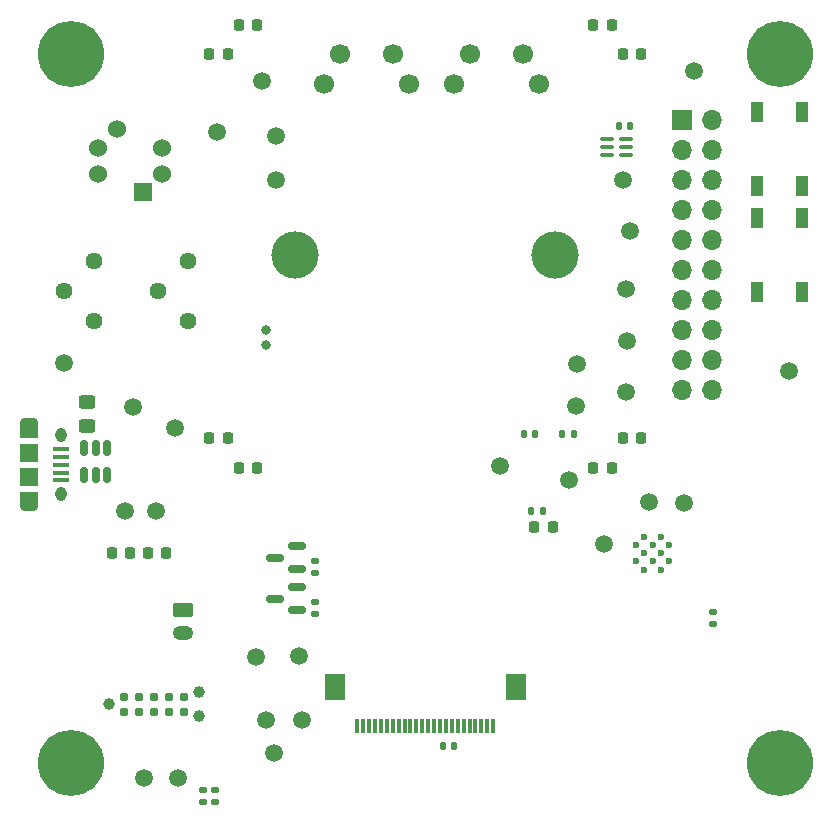
<source format=gts>
G04 #@! TF.GenerationSoftware,KiCad,Pcbnew,(6.0.10)*
G04 #@! TF.CreationDate,2023-01-06T16:36:23-08:00*
G04 #@! TF.ProjectId,ai-camera,61692d63-616d-4657-9261-2e6b69636164,rev?*
G04 #@! TF.SameCoordinates,Original*
G04 #@! TF.FileFunction,Soldermask,Top*
G04 #@! TF.FilePolarity,Negative*
%FSLAX46Y46*%
G04 Gerber Fmt 4.6, Leading zero omitted, Abs format (unit mm)*
G04 Created by KiCad (PCBNEW (6.0.10)) date 2023-01-06 16:36:23*
%MOMM*%
%LPD*%
G01*
G04 APERTURE LIST*
G04 Aperture macros list*
%AMRoundRect*
0 Rectangle with rounded corners*
0 $1 Rounding radius*
0 $2 $3 $4 $5 $6 $7 $8 $9 X,Y pos of 4 corners*
0 Add a 4 corners polygon primitive as box body*
4,1,4,$2,$3,$4,$5,$6,$7,$8,$9,$2,$3,0*
0 Add four circle primitives for the rounded corners*
1,1,$1+$1,$2,$3*
1,1,$1+$1,$4,$5*
1,1,$1+$1,$6,$7*
1,1,$1+$1,$8,$9*
0 Add four rect primitives between the rounded corners*
20,1,$1+$1,$2,$3,$4,$5,0*
20,1,$1+$1,$4,$5,$6,$7,0*
20,1,$1+$1,$6,$7,$8,$9,0*
20,1,$1+$1,$8,$9,$2,$3,0*%
G04 Aperture macros list end*
%ADD10C,5.600000*%
%ADD11C,3.600000*%
%ADD12C,1.500000*%
%ADD13C,4.000000*%
%ADD14RoundRect,0.135000X-0.185000X0.135000X-0.185000X-0.135000X0.185000X-0.135000X0.185000X0.135000X0*%
%ADD15R,1.000000X1.700000*%
%ADD16RoundRect,0.250000X0.450000X-0.325000X0.450000X0.325000X-0.450000X0.325000X-0.450000X-0.325000X0*%
%ADD17RoundRect,0.140000X0.140000X0.170000X-0.140000X0.170000X-0.140000X-0.170000X0.140000X-0.170000X0*%
%ADD18RoundRect,0.218750X0.218750X0.256250X-0.218750X0.256250X-0.218750X-0.256250X0.218750X-0.256250X0*%
%ADD19RoundRect,0.135000X-0.135000X-0.185000X0.135000X-0.185000X0.135000X0.185000X-0.135000X0.185000X0*%
%ADD20RoundRect,0.218750X-0.218750X-0.256250X0.218750X-0.256250X0.218750X0.256250X-0.218750X0.256250X0*%
%ADD21C,1.700000*%
%ADD22RoundRect,0.250000X-0.625000X0.350000X-0.625000X-0.350000X0.625000X-0.350000X0.625000X0.350000X0*%
%ADD23O,1.750000X1.200000*%
%ADD24RoundRect,0.140000X-0.140000X-0.170000X0.140000X-0.170000X0.140000X0.170000X-0.140000X0.170000X0*%
%ADD25RoundRect,0.075000X0.512500X0.075000X-0.512500X0.075000X-0.512500X-0.075000X0.512500X-0.075000X0*%
%ADD26RoundRect,0.150000X0.150000X-0.512500X0.150000X0.512500X-0.150000X0.512500X-0.150000X-0.512500X0*%
%ADD27RoundRect,0.140000X-0.170000X0.140000X-0.170000X-0.140000X0.170000X-0.140000X0.170000X0.140000X0*%
%ADD28C,1.440000*%
%ADD29R,0.300000X1.300000*%
%ADD30R,1.800000X2.200000*%
%ADD31RoundRect,0.135000X0.185000X-0.135000X0.185000X0.135000X-0.185000X0.135000X-0.185000X-0.135000X0*%
%ADD32C,0.800000*%
%ADD33R,1.350000X0.400000*%
%ADD34R,1.550000X1.500000*%
%ADD35R,1.550000X1.200000*%
%ADD36O,1.550000X0.890000*%
%ADD37O,0.950000X1.250000*%
%ADD38R,1.700000X1.700000*%
%ADD39O,1.700000X1.700000*%
%ADD40RoundRect,0.135000X0.135000X0.185000X-0.135000X0.185000X-0.135000X-0.185000X0.135000X-0.185000X0*%
%ADD41RoundRect,0.150000X0.587500X0.150000X-0.587500X0.150000X-0.587500X-0.150000X0.587500X-0.150000X0*%
%ADD42R,1.524000X1.524000*%
%ADD43C,1.524000*%
%ADD44C,0.990600*%
%ADD45C,0.787400*%
%ADD46C,0.600000*%
G04 APERTURE END LIST*
D10*
X100000000Y-110000000D03*
D11*
X100000000Y-110000000D03*
D10*
X100000000Y-50000000D03*
D11*
X100000000Y-50000000D03*
D12*
X142750000Y-79775000D03*
D13*
X119000000Y-67000000D03*
X141000000Y-67000000D03*
D12*
X146736000Y-60668000D03*
D14*
X120675000Y-92865000D03*
X120675000Y-93885000D03*
D15*
X158100000Y-70150000D03*
X158100000Y-63850000D03*
X161900000Y-63850000D03*
X161900000Y-70150000D03*
D16*
X101350000Y-81475000D03*
X101350000Y-79425000D03*
D17*
X132430000Y-108525000D03*
X131470000Y-108525000D03*
D18*
X140787500Y-90000000D03*
X139212500Y-90000000D03*
D19*
X141570000Y-82100000D03*
X142590000Y-82100000D03*
D20*
X103437500Y-92250000D03*
X105012500Y-92250000D03*
D12*
X107230000Y-88670000D03*
X117350000Y-56950000D03*
D20*
X111712500Y-82500000D03*
X113287500Y-82500000D03*
D12*
X147100000Y-74250000D03*
X115670000Y-100980000D03*
X142825000Y-76225000D03*
X106200000Y-111290000D03*
X105250000Y-79840000D03*
D21*
X121400000Y-52500000D03*
X128600000Y-52500000D03*
X127250000Y-50000000D03*
X122750000Y-50000000D03*
D12*
X109025000Y-111275000D03*
D20*
X146712500Y-82500000D03*
X148287500Y-82500000D03*
D12*
X146975000Y-78550000D03*
D22*
X109450000Y-97000000D03*
D23*
X109450000Y-99000000D03*
D24*
X138330000Y-82100000D03*
X139290000Y-82100000D03*
D20*
X114212500Y-47500000D03*
X115787500Y-47500000D03*
D25*
X146967500Y-58500000D03*
X146967500Y-57850000D03*
X146967500Y-57200000D03*
X145392500Y-57200000D03*
X145392500Y-57850000D03*
X145392500Y-58500000D03*
D18*
X115787500Y-85000000D03*
X114212500Y-85000000D03*
D20*
X106487500Y-92250000D03*
X108062500Y-92250000D03*
D12*
X116500000Y-106350000D03*
D17*
X147360000Y-56050000D03*
X146400000Y-56050000D03*
D26*
X101150000Y-85587500D03*
X102100000Y-85587500D03*
X103050000Y-85587500D03*
X103050000Y-83312500D03*
X102100000Y-83312500D03*
X101150000Y-83312500D03*
D27*
X112200000Y-112300000D03*
X112200000Y-113260000D03*
D28*
X109925000Y-67475000D03*
X107385000Y-70015000D03*
X109925000Y-72555000D03*
D29*
X135750000Y-106850000D03*
X135250000Y-106850000D03*
X134750000Y-106850000D03*
X134250000Y-106850000D03*
X133750000Y-106850000D03*
X133250000Y-106850000D03*
X132750000Y-106850000D03*
X132250000Y-106850000D03*
X131750000Y-106850000D03*
X131250000Y-106850000D03*
X130750000Y-106850000D03*
X130250000Y-106850000D03*
X129750000Y-106850000D03*
X129250000Y-106850000D03*
X128750000Y-106850000D03*
X128250000Y-106850000D03*
X127750000Y-106850000D03*
X127250000Y-106850000D03*
X126750000Y-106850000D03*
X126250000Y-106850000D03*
X125750000Y-106850000D03*
X125250000Y-106850000D03*
X124750000Y-106850000D03*
X124250000Y-106850000D03*
D30*
X137650000Y-103600000D03*
X122350000Y-103600000D03*
D12*
X148910000Y-87900000D03*
X104600000Y-88680000D03*
X119550000Y-106350000D03*
X108780000Y-81670000D03*
X117210000Y-109110000D03*
D20*
X144212500Y-47500000D03*
X145787500Y-47500000D03*
D12*
X119290000Y-100970000D03*
X152720000Y-51440000D03*
X136340000Y-84850000D03*
D31*
X111200000Y-113310000D03*
X111200000Y-112290000D03*
D12*
X142150000Y-86075000D03*
X147350000Y-64925000D03*
X99420000Y-76130000D03*
D20*
X146712500Y-50000000D03*
X148287500Y-50000000D03*
D21*
X139600000Y-52500000D03*
X132400000Y-52500000D03*
X138250000Y-50000000D03*
X133750000Y-50000000D03*
D15*
X158100000Y-54850000D03*
X158100000Y-61150000D03*
X161900000Y-61150000D03*
X161900000Y-54850000D03*
D12*
X147025000Y-69825000D03*
D32*
X116500000Y-74625000D03*
X116500000Y-73375000D03*
D33*
X99150000Y-83450000D03*
X99150000Y-84100000D03*
X99150000Y-84750000D03*
X99150000Y-85400000D03*
X99150000Y-86050000D03*
D34*
X96450000Y-83750000D03*
D35*
X96450000Y-87650000D03*
D34*
X96450000Y-85750000D03*
D36*
X96450000Y-81250000D03*
D37*
X99150000Y-87250000D03*
D35*
X96450000Y-81850000D03*
D37*
X99150000Y-82250000D03*
D36*
X96450000Y-88250000D03*
D12*
X160840000Y-76810000D03*
D20*
X111712500Y-50000000D03*
X113287500Y-50000000D03*
D28*
X101925000Y-67475000D03*
X99385000Y-70015000D03*
X101925000Y-72555000D03*
D11*
X160000000Y-50000000D03*
D10*
X160000000Y-50000000D03*
D38*
X151725000Y-55575000D03*
D39*
X154265000Y-55575000D03*
X151725000Y-58115000D03*
X154265000Y-58115000D03*
X151725000Y-60655000D03*
X154265000Y-60655000D03*
X151725000Y-63195000D03*
X154265000Y-63195000D03*
X151725000Y-65735000D03*
X154265000Y-65735000D03*
X151725000Y-68275000D03*
X154265000Y-68275000D03*
X151725000Y-70815000D03*
X154265000Y-70815000D03*
X151725000Y-73355000D03*
X154265000Y-73355000D03*
X151725000Y-75895000D03*
X154265000Y-75895000D03*
X151725000Y-78435000D03*
X154265000Y-78435000D03*
D40*
X139960000Y-88675000D03*
X138940000Y-88675000D03*
D12*
X117340000Y-60630000D03*
D18*
X145787500Y-85000000D03*
X144212500Y-85000000D03*
D41*
X119150000Y-97025000D03*
X119150000Y-95125000D03*
X117275000Y-96075000D03*
D12*
X145120000Y-91470000D03*
D11*
X160000000Y-110000000D03*
D10*
X160000000Y-110000000D03*
D14*
X120700000Y-96340000D03*
X120700000Y-97360000D03*
D41*
X119137500Y-93550000D03*
X119137500Y-91650000D03*
X117262500Y-92600000D03*
D12*
X151940000Y-87960000D03*
D31*
X154380000Y-98240000D03*
X154380000Y-97220000D03*
D12*
X116150000Y-52250000D03*
D42*
X106123152Y-61691848D03*
D43*
X107700000Y-60115000D03*
X107700000Y-57885000D03*
X103876848Y-56308152D03*
X102300000Y-57885000D03*
X102300000Y-60115000D03*
D12*
X112370000Y-56550000D03*
D44*
X110810000Y-106016000D03*
X110810000Y-103984000D03*
X103190000Y-105000000D03*
D45*
X104460000Y-105635000D03*
X105730000Y-105635000D03*
X107000000Y-105635000D03*
X108270000Y-105635000D03*
X109540000Y-105635000D03*
X109540000Y-104365000D03*
X108270000Y-104365000D03*
X107000000Y-104365000D03*
X105730000Y-104365000D03*
X104460000Y-104365000D03*
D46*
X149960000Y-92230000D03*
X149960000Y-93630000D03*
X149260000Y-92930000D03*
X149960000Y-90830000D03*
X147860000Y-92930000D03*
X150660000Y-92930000D03*
X147860000Y-91530000D03*
X149260000Y-91530000D03*
X148560000Y-90830000D03*
X148560000Y-92230000D03*
X150660000Y-91530000D03*
X148560000Y-93630000D03*
M02*

</source>
